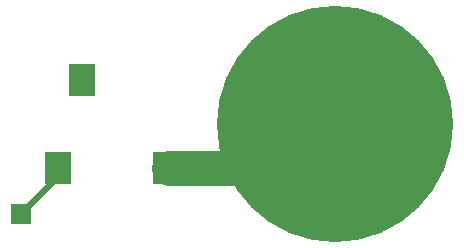
<source format=gbr>
%TF.GenerationSoftware,KiCad,Pcbnew,(5.1.6)-1*%
%TF.CreationDate,2020-10-08T10:16:56-07:00*%
%TF.ProjectId,samplepad,73616d70-6c65-4706-9164-2e6b69636164,rev?*%
%TF.SameCoordinates,Original*%
%TF.FileFunction,Copper,L1,Top*%
%TF.FilePolarity,Positive*%
%FSLAX46Y46*%
G04 Gerber Fmt 4.6, Leading zero omitted, Abs format (unit mm)*
G04 Created by KiCad (PCBNEW (5.1.6)-1) date 2020-10-08 10:16:56*
%MOMM*%
%LPD*%
G01*
G04 APERTURE LIST*
%TA.AperFunction,ComponentPad*%
%ADD10R,1.700000X1.700000*%
%TD*%
%TA.AperFunction,SMDPad,CuDef*%
%ADD11C,20.000000*%
%TD*%
%TA.AperFunction,SMDPad,CuDef*%
%ADD12R,2.800000X2.800000*%
%TD*%
%TA.AperFunction,SMDPad,CuDef*%
%ADD13R,2.200000X2.800000*%
%TD*%
%TA.AperFunction,Conductor*%
%ADD14C,3.000000*%
%TD*%
%TA.AperFunction,Conductor*%
%ADD15C,0.500000*%
%TD*%
G04 APERTURE END LIST*
D10*
%TO.P,J3,1*%
%TO.N,Net-(J1-PadS)*%
X86233000Y-125222000D03*
%TD*%
D11*
%TO.P,J2,1*%
%TO.N,Net-(J1-PadT)*%
X112776000Y-117602000D03*
%TD*%
D12*
%TO.P,J1,T*%
%TO.N,Net-(J1-PadT)*%
X98764000Y-121302000D03*
D13*
%TO.P,J1,S*%
%TO.N,Net-(J1-PadS)*%
X89364000Y-121302000D03*
%TO.P,J1,R*%
%TO.N,N/C*%
X91364000Y-113902000D03*
%TD*%
D14*
%TO.N,Net-(J1-PadT)*%
X108115999Y-121302000D02*
X112577999Y-116840000D01*
X98764000Y-121302000D02*
X108115999Y-121302000D01*
D15*
%TO.N,Net-(J1-PadS)*%
X89364000Y-122091000D02*
X86233000Y-125222000D01*
X89364000Y-121302000D02*
X89364000Y-122091000D01*
%TD*%
M02*

</source>
